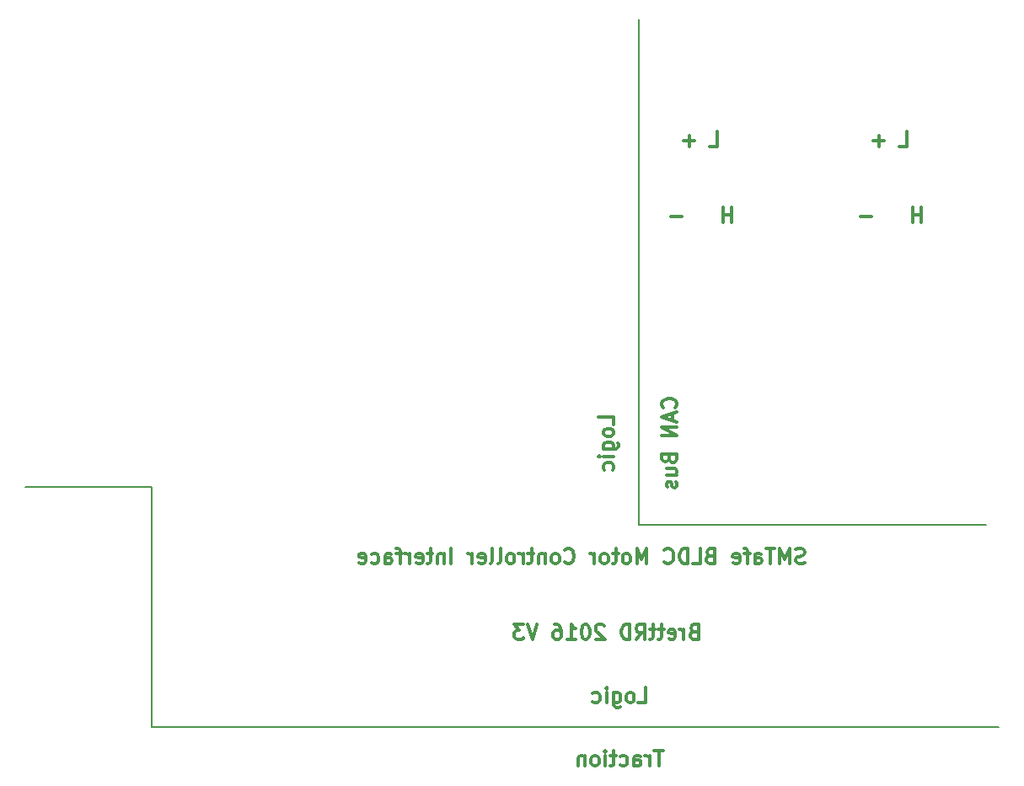
<source format=gbo>
G04 #@! TF.FileFunction,Legend,Bot*
%FSLAX46Y46*%
G04 Gerber Fmt 4.6, Leading zero omitted, Abs format (unit mm)*
G04 Created by KiCad (PCBNEW 4.0.3+e1-6302~38~ubuntu15.10.1-stable) date Thu Nov 17 07:24:37 2016*
%MOMM*%
%LPD*%
G01*
G04 APERTURE LIST*
%ADD10C,0.200000*%
%ADD11C,0.300000*%
%ADD12R,2.127200X2.432000*%
%ADD13O,2.127200X2.432000*%
%ADD14C,2.900000*%
%ADD15C,3.400000*%
%ADD16C,4.049980*%
%ADD17R,1.901140X1.901140*%
%ADD18C,1.901140*%
%ADD19R,2.940000X2.940000*%
%ADD20C,2.940000*%
%ADD21R,2.432000X2.127200*%
%ADD22O,2.432000X2.127200*%
%ADD23R,2.127200X2.127200*%
%ADD24O,2.127200X2.127200*%
%ADD25C,2.127200*%
%ADD26C,7.400000*%
%ADD27C,1.000000*%
G04 APERTURE END LIST*
D10*
X106075000Y-111315000D02*
X106075000Y-96710000D01*
D11*
X108527143Y-135893571D02*
X107670000Y-135893571D01*
X108098571Y-137393571D02*
X108098571Y-135893571D01*
X107170000Y-137393571D02*
X107170000Y-136393571D01*
X107170000Y-136679286D02*
X107098572Y-136536429D01*
X107027143Y-136465000D01*
X106884286Y-136393571D01*
X106741429Y-136393571D01*
X105598572Y-137393571D02*
X105598572Y-136607857D01*
X105670001Y-136465000D01*
X105812858Y-136393571D01*
X106098572Y-136393571D01*
X106241429Y-136465000D01*
X105598572Y-137322143D02*
X105741429Y-137393571D01*
X106098572Y-137393571D01*
X106241429Y-137322143D01*
X106312858Y-137179286D01*
X106312858Y-137036429D01*
X106241429Y-136893571D01*
X106098572Y-136822143D01*
X105741429Y-136822143D01*
X105598572Y-136750714D01*
X104241429Y-137322143D02*
X104384286Y-137393571D01*
X104670000Y-137393571D01*
X104812858Y-137322143D01*
X104884286Y-137250714D01*
X104955715Y-137107857D01*
X104955715Y-136679286D01*
X104884286Y-136536429D01*
X104812858Y-136465000D01*
X104670000Y-136393571D01*
X104384286Y-136393571D01*
X104241429Y-136465000D01*
X103812858Y-136393571D02*
X103241429Y-136393571D01*
X103598572Y-135893571D02*
X103598572Y-137179286D01*
X103527144Y-137322143D01*
X103384286Y-137393571D01*
X103241429Y-137393571D01*
X102741429Y-137393571D02*
X102741429Y-136393571D01*
X102741429Y-135893571D02*
X102812858Y-135965000D01*
X102741429Y-136036429D01*
X102670001Y-135965000D01*
X102741429Y-135893571D01*
X102741429Y-136036429D01*
X101812857Y-137393571D02*
X101955715Y-137322143D01*
X102027143Y-137250714D01*
X102098572Y-137107857D01*
X102098572Y-136679286D01*
X102027143Y-136536429D01*
X101955715Y-136465000D01*
X101812857Y-136393571D01*
X101598572Y-136393571D01*
X101455715Y-136465000D01*
X101384286Y-136536429D01*
X101312857Y-136679286D01*
X101312857Y-137107857D01*
X101384286Y-137250714D01*
X101455715Y-137322143D01*
X101598572Y-137393571D01*
X101812857Y-137393571D01*
X100670000Y-136393571D02*
X100670000Y-137393571D01*
X100670000Y-136536429D02*
X100598572Y-136465000D01*
X100455714Y-136393571D01*
X100241429Y-136393571D01*
X100098572Y-136465000D01*
X100027143Y-136607857D01*
X100027143Y-137393571D01*
X106062857Y-131043571D02*
X106777143Y-131043571D01*
X106777143Y-129543571D01*
X105348571Y-131043571D02*
X105491429Y-130972143D01*
X105562857Y-130900714D01*
X105634286Y-130757857D01*
X105634286Y-130329286D01*
X105562857Y-130186429D01*
X105491429Y-130115000D01*
X105348571Y-130043571D01*
X105134286Y-130043571D01*
X104991429Y-130115000D01*
X104920000Y-130186429D01*
X104848571Y-130329286D01*
X104848571Y-130757857D01*
X104920000Y-130900714D01*
X104991429Y-130972143D01*
X105134286Y-131043571D01*
X105348571Y-131043571D01*
X103562857Y-130043571D02*
X103562857Y-131257857D01*
X103634286Y-131400714D01*
X103705714Y-131472143D01*
X103848571Y-131543571D01*
X104062857Y-131543571D01*
X104205714Y-131472143D01*
X103562857Y-130972143D02*
X103705714Y-131043571D01*
X103991428Y-131043571D01*
X104134286Y-130972143D01*
X104205714Y-130900714D01*
X104277143Y-130757857D01*
X104277143Y-130329286D01*
X104205714Y-130186429D01*
X104134286Y-130115000D01*
X103991428Y-130043571D01*
X103705714Y-130043571D01*
X103562857Y-130115000D01*
X102848571Y-131043571D02*
X102848571Y-130043571D01*
X102848571Y-129543571D02*
X102920000Y-129615000D01*
X102848571Y-129686429D01*
X102777143Y-129615000D01*
X102848571Y-129543571D01*
X102848571Y-129686429D01*
X101491428Y-130972143D02*
X101634285Y-131043571D01*
X101919999Y-131043571D01*
X102062857Y-130972143D01*
X102134285Y-130900714D01*
X102205714Y-130757857D01*
X102205714Y-130329286D01*
X102134285Y-130186429D01*
X102062857Y-130115000D01*
X101919999Y-130043571D01*
X101634285Y-130043571D01*
X101491428Y-130115000D01*
X103578571Y-103072143D02*
X103578571Y-102357857D01*
X102078571Y-102357857D01*
X103578571Y-103786429D02*
X103507143Y-103643571D01*
X103435714Y-103572143D01*
X103292857Y-103500714D01*
X102864286Y-103500714D01*
X102721429Y-103572143D01*
X102650000Y-103643571D01*
X102578571Y-103786429D01*
X102578571Y-104000714D01*
X102650000Y-104143571D01*
X102721429Y-104215000D01*
X102864286Y-104286429D01*
X103292857Y-104286429D01*
X103435714Y-104215000D01*
X103507143Y-104143571D01*
X103578571Y-104000714D01*
X103578571Y-103786429D01*
X102578571Y-105572143D02*
X103792857Y-105572143D01*
X103935714Y-105500714D01*
X104007143Y-105429286D01*
X104078571Y-105286429D01*
X104078571Y-105072143D01*
X104007143Y-104929286D01*
X103507143Y-105572143D02*
X103578571Y-105429286D01*
X103578571Y-105143572D01*
X103507143Y-105000714D01*
X103435714Y-104929286D01*
X103292857Y-104857857D01*
X102864286Y-104857857D01*
X102721429Y-104929286D01*
X102650000Y-105000714D01*
X102578571Y-105143572D01*
X102578571Y-105429286D01*
X102650000Y-105572143D01*
X103578571Y-106286429D02*
X102578571Y-106286429D01*
X102078571Y-106286429D02*
X102150000Y-106215000D01*
X102221429Y-106286429D01*
X102150000Y-106357857D01*
X102078571Y-106286429D01*
X102221429Y-106286429D01*
X103507143Y-107643572D02*
X103578571Y-107500715D01*
X103578571Y-107215001D01*
X103507143Y-107072143D01*
X103435714Y-107000715D01*
X103292857Y-106929286D01*
X102864286Y-106929286D01*
X102721429Y-107000715D01*
X102650000Y-107072143D01*
X102578571Y-107215001D01*
X102578571Y-107500715D01*
X102650000Y-107643572D01*
X109785714Y-101393572D02*
X109857143Y-101322143D01*
X109928571Y-101107857D01*
X109928571Y-100965000D01*
X109857143Y-100750715D01*
X109714286Y-100607857D01*
X109571429Y-100536429D01*
X109285714Y-100465000D01*
X109071429Y-100465000D01*
X108785714Y-100536429D01*
X108642857Y-100607857D01*
X108500000Y-100750715D01*
X108428571Y-100965000D01*
X108428571Y-101107857D01*
X108500000Y-101322143D01*
X108571429Y-101393572D01*
X109500000Y-101965000D02*
X109500000Y-102679286D01*
X109928571Y-101822143D02*
X108428571Y-102322143D01*
X109928571Y-102822143D01*
X109928571Y-103322143D02*
X108428571Y-103322143D01*
X109928571Y-104179286D01*
X108428571Y-104179286D01*
X109142857Y-106536429D02*
X109214286Y-106750715D01*
X109285714Y-106822143D01*
X109428571Y-106893572D01*
X109642857Y-106893572D01*
X109785714Y-106822143D01*
X109857143Y-106750715D01*
X109928571Y-106607857D01*
X109928571Y-106036429D01*
X108428571Y-106036429D01*
X108428571Y-106536429D01*
X108500000Y-106679286D01*
X108571429Y-106750715D01*
X108714286Y-106822143D01*
X108857143Y-106822143D01*
X109000000Y-106750715D01*
X109071429Y-106679286D01*
X109142857Y-106536429D01*
X109142857Y-106036429D01*
X108928571Y-108179286D02*
X109928571Y-108179286D01*
X108928571Y-107536429D02*
X109714286Y-107536429D01*
X109857143Y-107607857D01*
X109928571Y-107750715D01*
X109928571Y-107965000D01*
X109857143Y-108107857D01*
X109785714Y-108179286D01*
X109857143Y-108822143D02*
X109928571Y-108965000D01*
X109928571Y-109250715D01*
X109857143Y-109393572D01*
X109714286Y-109465000D01*
X109642857Y-109465000D01*
X109500000Y-109393572D01*
X109428571Y-109250715D01*
X109428571Y-109036429D01*
X109357143Y-108893572D01*
X109214286Y-108822143D01*
X109142857Y-108822143D01*
X109000000Y-108893572D01*
X108928571Y-109036429D01*
X108928571Y-109250715D01*
X109000000Y-109393572D01*
D10*
X106075000Y-113220000D02*
X141000000Y-113220000D01*
X106075000Y-111315000D02*
X106075000Y-113220000D01*
X106075000Y-62420000D02*
X106075000Y-96710000D01*
D11*
X132280714Y-75163571D02*
X132995000Y-75163571D01*
X132995000Y-73663571D01*
X130776428Y-74592143D02*
X129633571Y-74592143D01*
X130205000Y-75163571D02*
X130205000Y-74020714D01*
X129506428Y-82212143D02*
X128363571Y-82212143D01*
X134443571Y-82783571D02*
X134443571Y-81283571D01*
X134443571Y-81997857D02*
X133586428Y-81997857D01*
X133586428Y-82783571D02*
X133586428Y-81283571D01*
X110456428Y-82212143D02*
X109313571Y-82212143D01*
X111726428Y-74592143D02*
X110583571Y-74592143D01*
X111155000Y-75163571D02*
X111155000Y-74020714D01*
X113230714Y-75163571D02*
X113945000Y-75163571D01*
X113945000Y-73663571D01*
X115393571Y-82783571D02*
X115393571Y-81283571D01*
X115393571Y-81997857D02*
X114536428Y-81997857D01*
X114536428Y-82783571D02*
X114536428Y-81283571D01*
X122752856Y-117002143D02*
X122538570Y-117073571D01*
X122181427Y-117073571D01*
X122038570Y-117002143D01*
X121967141Y-116930714D01*
X121895713Y-116787857D01*
X121895713Y-116645000D01*
X121967141Y-116502143D01*
X122038570Y-116430714D01*
X122181427Y-116359286D01*
X122467141Y-116287857D01*
X122609999Y-116216429D01*
X122681427Y-116145000D01*
X122752856Y-116002143D01*
X122752856Y-115859286D01*
X122681427Y-115716429D01*
X122609999Y-115645000D01*
X122467141Y-115573571D01*
X122109999Y-115573571D01*
X121895713Y-115645000D01*
X121252856Y-117073571D02*
X121252856Y-115573571D01*
X120752856Y-116645000D01*
X120252856Y-115573571D01*
X120252856Y-117073571D01*
X119752856Y-115573571D02*
X118895713Y-115573571D01*
X119324284Y-117073571D02*
X119324284Y-115573571D01*
X117752856Y-117073571D02*
X117752856Y-116287857D01*
X117824285Y-116145000D01*
X117967142Y-116073571D01*
X118252856Y-116073571D01*
X118395713Y-116145000D01*
X117752856Y-117002143D02*
X117895713Y-117073571D01*
X118252856Y-117073571D01*
X118395713Y-117002143D01*
X118467142Y-116859286D01*
X118467142Y-116716429D01*
X118395713Y-116573571D01*
X118252856Y-116502143D01*
X117895713Y-116502143D01*
X117752856Y-116430714D01*
X117252856Y-116073571D02*
X116681427Y-116073571D01*
X117038570Y-117073571D02*
X117038570Y-115787857D01*
X116967142Y-115645000D01*
X116824284Y-115573571D01*
X116681427Y-115573571D01*
X115609999Y-117002143D02*
X115752856Y-117073571D01*
X116038570Y-117073571D01*
X116181427Y-117002143D01*
X116252856Y-116859286D01*
X116252856Y-116287857D01*
X116181427Y-116145000D01*
X116038570Y-116073571D01*
X115752856Y-116073571D01*
X115609999Y-116145000D01*
X115538570Y-116287857D01*
X115538570Y-116430714D01*
X116252856Y-116573571D01*
X113252856Y-116287857D02*
X113038570Y-116359286D01*
X112967142Y-116430714D01*
X112895713Y-116573571D01*
X112895713Y-116787857D01*
X112967142Y-116930714D01*
X113038570Y-117002143D01*
X113181428Y-117073571D01*
X113752856Y-117073571D01*
X113752856Y-115573571D01*
X113252856Y-115573571D01*
X113109999Y-115645000D01*
X113038570Y-115716429D01*
X112967142Y-115859286D01*
X112967142Y-116002143D01*
X113038570Y-116145000D01*
X113109999Y-116216429D01*
X113252856Y-116287857D01*
X113752856Y-116287857D01*
X111538570Y-117073571D02*
X112252856Y-117073571D01*
X112252856Y-115573571D01*
X111038570Y-117073571D02*
X111038570Y-115573571D01*
X110681427Y-115573571D01*
X110467142Y-115645000D01*
X110324284Y-115787857D01*
X110252856Y-115930714D01*
X110181427Y-116216429D01*
X110181427Y-116430714D01*
X110252856Y-116716429D01*
X110324284Y-116859286D01*
X110467142Y-117002143D01*
X110681427Y-117073571D01*
X111038570Y-117073571D01*
X108681427Y-116930714D02*
X108752856Y-117002143D01*
X108967142Y-117073571D01*
X109109999Y-117073571D01*
X109324284Y-117002143D01*
X109467142Y-116859286D01*
X109538570Y-116716429D01*
X109609999Y-116430714D01*
X109609999Y-116216429D01*
X109538570Y-115930714D01*
X109467142Y-115787857D01*
X109324284Y-115645000D01*
X109109999Y-115573571D01*
X108967142Y-115573571D01*
X108752856Y-115645000D01*
X108681427Y-115716429D01*
X106895713Y-117073571D02*
X106895713Y-115573571D01*
X106395713Y-116645000D01*
X105895713Y-115573571D01*
X105895713Y-117073571D01*
X104967141Y-117073571D02*
X105109999Y-117002143D01*
X105181427Y-116930714D01*
X105252856Y-116787857D01*
X105252856Y-116359286D01*
X105181427Y-116216429D01*
X105109999Y-116145000D01*
X104967141Y-116073571D01*
X104752856Y-116073571D01*
X104609999Y-116145000D01*
X104538570Y-116216429D01*
X104467141Y-116359286D01*
X104467141Y-116787857D01*
X104538570Y-116930714D01*
X104609999Y-117002143D01*
X104752856Y-117073571D01*
X104967141Y-117073571D01*
X104038570Y-116073571D02*
X103467141Y-116073571D01*
X103824284Y-115573571D02*
X103824284Y-116859286D01*
X103752856Y-117002143D01*
X103609998Y-117073571D01*
X103467141Y-117073571D01*
X102752855Y-117073571D02*
X102895713Y-117002143D01*
X102967141Y-116930714D01*
X103038570Y-116787857D01*
X103038570Y-116359286D01*
X102967141Y-116216429D01*
X102895713Y-116145000D01*
X102752855Y-116073571D01*
X102538570Y-116073571D01*
X102395713Y-116145000D01*
X102324284Y-116216429D01*
X102252855Y-116359286D01*
X102252855Y-116787857D01*
X102324284Y-116930714D01*
X102395713Y-117002143D01*
X102538570Y-117073571D01*
X102752855Y-117073571D01*
X101609998Y-117073571D02*
X101609998Y-116073571D01*
X101609998Y-116359286D02*
X101538570Y-116216429D01*
X101467141Y-116145000D01*
X101324284Y-116073571D01*
X101181427Y-116073571D01*
X98681427Y-116930714D02*
X98752856Y-117002143D01*
X98967142Y-117073571D01*
X99109999Y-117073571D01*
X99324284Y-117002143D01*
X99467142Y-116859286D01*
X99538570Y-116716429D01*
X99609999Y-116430714D01*
X99609999Y-116216429D01*
X99538570Y-115930714D01*
X99467142Y-115787857D01*
X99324284Y-115645000D01*
X99109999Y-115573571D01*
X98967142Y-115573571D01*
X98752856Y-115645000D01*
X98681427Y-115716429D01*
X97824284Y-117073571D02*
X97967142Y-117002143D01*
X98038570Y-116930714D01*
X98109999Y-116787857D01*
X98109999Y-116359286D01*
X98038570Y-116216429D01*
X97967142Y-116145000D01*
X97824284Y-116073571D01*
X97609999Y-116073571D01*
X97467142Y-116145000D01*
X97395713Y-116216429D01*
X97324284Y-116359286D01*
X97324284Y-116787857D01*
X97395713Y-116930714D01*
X97467142Y-117002143D01*
X97609999Y-117073571D01*
X97824284Y-117073571D01*
X96681427Y-116073571D02*
X96681427Y-117073571D01*
X96681427Y-116216429D02*
X96609999Y-116145000D01*
X96467141Y-116073571D01*
X96252856Y-116073571D01*
X96109999Y-116145000D01*
X96038570Y-116287857D01*
X96038570Y-117073571D01*
X95538570Y-116073571D02*
X94967141Y-116073571D01*
X95324284Y-115573571D02*
X95324284Y-116859286D01*
X95252856Y-117002143D01*
X95109998Y-117073571D01*
X94967141Y-117073571D01*
X94467141Y-117073571D02*
X94467141Y-116073571D01*
X94467141Y-116359286D02*
X94395713Y-116216429D01*
X94324284Y-116145000D01*
X94181427Y-116073571D01*
X94038570Y-116073571D01*
X93324284Y-117073571D02*
X93467142Y-117002143D01*
X93538570Y-116930714D01*
X93609999Y-116787857D01*
X93609999Y-116359286D01*
X93538570Y-116216429D01*
X93467142Y-116145000D01*
X93324284Y-116073571D01*
X93109999Y-116073571D01*
X92967142Y-116145000D01*
X92895713Y-116216429D01*
X92824284Y-116359286D01*
X92824284Y-116787857D01*
X92895713Y-116930714D01*
X92967142Y-117002143D01*
X93109999Y-117073571D01*
X93324284Y-117073571D01*
X91967141Y-117073571D02*
X92109999Y-117002143D01*
X92181427Y-116859286D01*
X92181427Y-115573571D01*
X91181427Y-117073571D02*
X91324285Y-117002143D01*
X91395713Y-116859286D01*
X91395713Y-115573571D01*
X90038571Y-117002143D02*
X90181428Y-117073571D01*
X90467142Y-117073571D01*
X90609999Y-117002143D01*
X90681428Y-116859286D01*
X90681428Y-116287857D01*
X90609999Y-116145000D01*
X90467142Y-116073571D01*
X90181428Y-116073571D01*
X90038571Y-116145000D01*
X89967142Y-116287857D01*
X89967142Y-116430714D01*
X90681428Y-116573571D01*
X89324285Y-117073571D02*
X89324285Y-116073571D01*
X89324285Y-116359286D02*
X89252857Y-116216429D01*
X89181428Y-116145000D01*
X89038571Y-116073571D01*
X88895714Y-116073571D01*
X87252857Y-117073571D02*
X87252857Y-115573571D01*
X86538571Y-116073571D02*
X86538571Y-117073571D01*
X86538571Y-116216429D02*
X86467143Y-116145000D01*
X86324285Y-116073571D01*
X86110000Y-116073571D01*
X85967143Y-116145000D01*
X85895714Y-116287857D01*
X85895714Y-117073571D01*
X85395714Y-116073571D02*
X84824285Y-116073571D01*
X85181428Y-115573571D02*
X85181428Y-116859286D01*
X85110000Y-117002143D01*
X84967142Y-117073571D01*
X84824285Y-117073571D01*
X83752857Y-117002143D02*
X83895714Y-117073571D01*
X84181428Y-117073571D01*
X84324285Y-117002143D01*
X84395714Y-116859286D01*
X84395714Y-116287857D01*
X84324285Y-116145000D01*
X84181428Y-116073571D01*
X83895714Y-116073571D01*
X83752857Y-116145000D01*
X83681428Y-116287857D01*
X83681428Y-116430714D01*
X84395714Y-116573571D01*
X83038571Y-117073571D02*
X83038571Y-116073571D01*
X83038571Y-116359286D02*
X82967143Y-116216429D01*
X82895714Y-116145000D01*
X82752857Y-116073571D01*
X82610000Y-116073571D01*
X82324286Y-116073571D02*
X81752857Y-116073571D01*
X82110000Y-117073571D02*
X82110000Y-115787857D01*
X82038572Y-115645000D01*
X81895714Y-115573571D01*
X81752857Y-115573571D01*
X80610000Y-117073571D02*
X80610000Y-116287857D01*
X80681429Y-116145000D01*
X80824286Y-116073571D01*
X81110000Y-116073571D01*
X81252857Y-116145000D01*
X80610000Y-117002143D02*
X80752857Y-117073571D01*
X81110000Y-117073571D01*
X81252857Y-117002143D01*
X81324286Y-116859286D01*
X81324286Y-116716429D01*
X81252857Y-116573571D01*
X81110000Y-116502143D01*
X80752857Y-116502143D01*
X80610000Y-116430714D01*
X79252857Y-117002143D02*
X79395714Y-117073571D01*
X79681428Y-117073571D01*
X79824286Y-117002143D01*
X79895714Y-116930714D01*
X79967143Y-116787857D01*
X79967143Y-116359286D01*
X79895714Y-116216429D01*
X79824286Y-116145000D01*
X79681428Y-116073571D01*
X79395714Y-116073571D01*
X79252857Y-116145000D01*
X78038572Y-117002143D02*
X78181429Y-117073571D01*
X78467143Y-117073571D01*
X78610000Y-117002143D01*
X78681429Y-116859286D01*
X78681429Y-116287857D01*
X78610000Y-116145000D01*
X78467143Y-116073571D01*
X78181429Y-116073571D01*
X78038572Y-116145000D01*
X77967143Y-116287857D01*
X77967143Y-116430714D01*
X78681429Y-116573571D01*
X111614284Y-123907857D02*
X111399998Y-123979286D01*
X111328570Y-124050714D01*
X111257141Y-124193571D01*
X111257141Y-124407857D01*
X111328570Y-124550714D01*
X111399998Y-124622143D01*
X111542856Y-124693571D01*
X112114284Y-124693571D01*
X112114284Y-123193571D01*
X111614284Y-123193571D01*
X111471427Y-123265000D01*
X111399998Y-123336429D01*
X111328570Y-123479286D01*
X111328570Y-123622143D01*
X111399998Y-123765000D01*
X111471427Y-123836429D01*
X111614284Y-123907857D01*
X112114284Y-123907857D01*
X110614284Y-124693571D02*
X110614284Y-123693571D01*
X110614284Y-123979286D02*
X110542856Y-123836429D01*
X110471427Y-123765000D01*
X110328570Y-123693571D01*
X110185713Y-123693571D01*
X109114285Y-124622143D02*
X109257142Y-124693571D01*
X109542856Y-124693571D01*
X109685713Y-124622143D01*
X109757142Y-124479286D01*
X109757142Y-123907857D01*
X109685713Y-123765000D01*
X109542856Y-123693571D01*
X109257142Y-123693571D01*
X109114285Y-123765000D01*
X109042856Y-123907857D01*
X109042856Y-124050714D01*
X109757142Y-124193571D01*
X108614285Y-123693571D02*
X108042856Y-123693571D01*
X108399999Y-123193571D02*
X108399999Y-124479286D01*
X108328571Y-124622143D01*
X108185713Y-124693571D01*
X108042856Y-124693571D01*
X107757142Y-123693571D02*
X107185713Y-123693571D01*
X107542856Y-123193571D02*
X107542856Y-124479286D01*
X107471428Y-124622143D01*
X107328570Y-124693571D01*
X107185713Y-124693571D01*
X105828570Y-124693571D02*
X106328570Y-123979286D01*
X106685713Y-124693571D02*
X106685713Y-123193571D01*
X106114285Y-123193571D01*
X105971427Y-123265000D01*
X105899999Y-123336429D01*
X105828570Y-123479286D01*
X105828570Y-123693571D01*
X105899999Y-123836429D01*
X105971427Y-123907857D01*
X106114285Y-123979286D01*
X106685713Y-123979286D01*
X105185713Y-124693571D02*
X105185713Y-123193571D01*
X104828570Y-123193571D01*
X104614285Y-123265000D01*
X104471427Y-123407857D01*
X104399999Y-123550714D01*
X104328570Y-123836429D01*
X104328570Y-124050714D01*
X104399999Y-124336429D01*
X104471427Y-124479286D01*
X104614285Y-124622143D01*
X104828570Y-124693571D01*
X105185713Y-124693571D01*
X102614285Y-123336429D02*
X102542856Y-123265000D01*
X102399999Y-123193571D01*
X102042856Y-123193571D01*
X101899999Y-123265000D01*
X101828570Y-123336429D01*
X101757142Y-123479286D01*
X101757142Y-123622143D01*
X101828570Y-123836429D01*
X102685713Y-124693571D01*
X101757142Y-124693571D01*
X100828571Y-123193571D02*
X100685714Y-123193571D01*
X100542857Y-123265000D01*
X100471428Y-123336429D01*
X100399999Y-123479286D01*
X100328571Y-123765000D01*
X100328571Y-124122143D01*
X100399999Y-124407857D01*
X100471428Y-124550714D01*
X100542857Y-124622143D01*
X100685714Y-124693571D01*
X100828571Y-124693571D01*
X100971428Y-124622143D01*
X101042857Y-124550714D01*
X101114285Y-124407857D01*
X101185714Y-124122143D01*
X101185714Y-123765000D01*
X101114285Y-123479286D01*
X101042857Y-123336429D01*
X100971428Y-123265000D01*
X100828571Y-123193571D01*
X98900000Y-124693571D02*
X99757143Y-124693571D01*
X99328571Y-124693571D02*
X99328571Y-123193571D01*
X99471428Y-123407857D01*
X99614286Y-123550714D01*
X99757143Y-123622143D01*
X97614286Y-123193571D02*
X97900000Y-123193571D01*
X98042857Y-123265000D01*
X98114286Y-123336429D01*
X98257143Y-123550714D01*
X98328572Y-123836429D01*
X98328572Y-124407857D01*
X98257143Y-124550714D01*
X98185715Y-124622143D01*
X98042857Y-124693571D01*
X97757143Y-124693571D01*
X97614286Y-124622143D01*
X97542857Y-124550714D01*
X97471429Y-124407857D01*
X97471429Y-124050714D01*
X97542857Y-123907857D01*
X97614286Y-123836429D01*
X97757143Y-123765000D01*
X98042857Y-123765000D01*
X98185715Y-123836429D01*
X98257143Y-123907857D01*
X98328572Y-124050714D01*
X95900001Y-123193571D02*
X95400001Y-124693571D01*
X94900001Y-123193571D01*
X94542858Y-123193571D02*
X93614287Y-123193571D01*
X94114287Y-123765000D01*
X93900001Y-123765000D01*
X93757144Y-123836429D01*
X93685715Y-123907857D01*
X93614287Y-124050714D01*
X93614287Y-124407857D01*
X93685715Y-124550714D01*
X93757144Y-124622143D01*
X93900001Y-124693571D01*
X94328573Y-124693571D01*
X94471430Y-124622143D01*
X94542858Y-124550714D01*
D10*
X57180000Y-133540000D02*
X142270000Y-133540000D01*
X57180000Y-109410000D02*
X44480000Y-109410000D01*
X57180000Y-109410000D02*
X57180000Y-133540000D01*
%LPC*%
D12*
X97820000Y-75120000D03*
D13*
X95280000Y-75120000D03*
X92740000Y-75120000D03*
X90200000Y-75120000D03*
D14*
X74930000Y-157480000D03*
X78930000Y-157480000D03*
X82930000Y-157480000D03*
X86930000Y-157480000D03*
X90930000Y-157480000D03*
X94930000Y-157480000D03*
X98930000Y-157480000D03*
X102930000Y-157480000D03*
X100930000Y-161480000D03*
X96930000Y-161480000D03*
X92930000Y-161480000D03*
X88930000Y-161480000D03*
X84930000Y-161480000D03*
X80930000Y-161480000D03*
X76930000Y-161480000D03*
X74930000Y-165480000D03*
X78930000Y-165480000D03*
X82930000Y-165480000D03*
X86930000Y-165480000D03*
X90930000Y-165480000D03*
X94930000Y-165480000D03*
X98930000Y-165480000D03*
X102930000Y-165480000D03*
D15*
X70430000Y-161980000D03*
X107430000Y-161980000D03*
D16*
X127441480Y-70675000D03*
X139310900Y-70675000D03*
D17*
X137825000Y-77025000D03*
D18*
X136555000Y-79565000D03*
X135285000Y-77025000D03*
X134015000Y-79565000D03*
X132745000Y-77025000D03*
X131475000Y-79565000D03*
X130205000Y-77025000D03*
X128935000Y-79565000D03*
D16*
X108391480Y-70675000D03*
X120260900Y-70675000D03*
D17*
X118775000Y-77025000D03*
D18*
X117505000Y-79565000D03*
X116235000Y-77025000D03*
X114965000Y-79565000D03*
X113695000Y-77025000D03*
X112425000Y-79565000D03*
X111155000Y-77025000D03*
X109885000Y-79565000D03*
D19*
X49560000Y-161480000D03*
D20*
X49560000Y-166560000D03*
D19*
X49560000Y-131000000D03*
D20*
X49560000Y-136080000D03*
D19*
X49560000Y-146240000D03*
D20*
X49560000Y-151320000D03*
D12*
X113060000Y-157670000D03*
D13*
X115600000Y-157670000D03*
X118140000Y-157670000D03*
X120680000Y-157670000D03*
D21*
X62260000Y-169100000D03*
D22*
X62260000Y-166560000D03*
X62260000Y-164020000D03*
X62260000Y-161480000D03*
D19*
X49560000Y-115760000D03*
D20*
X49560000Y-120840000D03*
D23*
X135920000Y-158940000D03*
D24*
X135920000Y-161480000D03*
X133380000Y-158940000D03*
X133380000Y-161480000D03*
X130840000Y-158940000D03*
X130840000Y-161480000D03*
D21*
X74960000Y-64960000D03*
D22*
X74960000Y-67500000D03*
X74960000Y-70040000D03*
X74960000Y-72580000D03*
X74960000Y-75120000D03*
X74960000Y-77660000D03*
X74960000Y-80200000D03*
X74960000Y-82740000D03*
X74960000Y-85280000D03*
X74960000Y-87820000D03*
X74960000Y-90360000D03*
X74960000Y-92900000D03*
D25*
X74852237Y-97872237D02*
X75067763Y-98087763D01*
X59612237Y-98087763D02*
X59827763Y-97872237D01*
D22*
X59720000Y-92900000D03*
X59720000Y-90360000D03*
X59720000Y-87820000D03*
X59720000Y-85280000D03*
X59720000Y-82740000D03*
X59720000Y-80200000D03*
X59720000Y-77660000D03*
X59720000Y-75120000D03*
X59720000Y-72580000D03*
X59720000Y-70040000D03*
X59720000Y-67500000D03*
X59720000Y-64960000D03*
X74960000Y-95440000D03*
X59720000Y-95440000D03*
D21*
X49560000Y-70040000D03*
D22*
X49560000Y-72580000D03*
X49560000Y-75120000D03*
X49560000Y-77660000D03*
D26*
X68930000Y-86480000D03*
D27*
X71555000Y-86480000D03*
X70786155Y-88336155D03*
X68930000Y-89105000D03*
X67073845Y-88336155D03*
X66305000Y-86480000D03*
X67073845Y-84623845D03*
X68930000Y-83855000D03*
X70786155Y-84623845D03*
D26*
X118930000Y-86480000D03*
D27*
X121555000Y-86480000D03*
X120786155Y-88336155D03*
X118930000Y-89105000D03*
X117073845Y-88336155D03*
X116305000Y-86480000D03*
X117073845Y-84623845D03*
X118930000Y-83855000D03*
X120786155Y-84623845D03*
M02*

</source>
